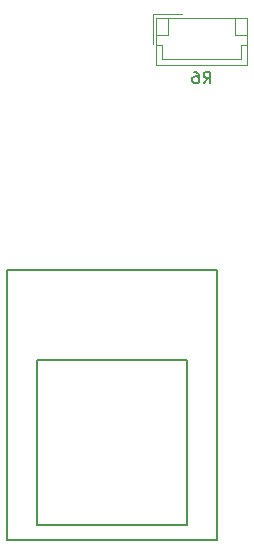
<source format=gbr>
G04 #@! TF.GenerationSoftware,KiCad,Pcbnew,(5.0.0)*
G04 #@! TF.CreationDate,2019-02-10T16:52:56+01:00*
G04 #@! TF.ProjectId,MrReflow,4D725265666C6F772E6B696361645F70,rev?*
G04 #@! TF.SameCoordinates,Original*
G04 #@! TF.FileFunction,Legend,Bot*
G04 #@! TF.FilePolarity,Positive*
%FSLAX46Y46*%
G04 Gerber Fmt 4.6, Leading zero omitted, Abs format (unit mm)*
G04 Created by KiCad (PCBNEW (5.0.0)) date 02/10/19 16:52:56*
%MOMM*%
%LPD*%
G01*
G04 APERTURE LIST*
%ADD10C,0.120000*%
%ADD11C,0.150000*%
G04 APERTURE END LIST*
D10*
G04 #@! TO.C,R6*
X167570000Y-90610000D02*
X167570000Y-86590000D01*
X167570000Y-86590000D02*
X175290000Y-86590000D01*
X175290000Y-86590000D02*
X175290000Y-90610000D01*
X175290000Y-90610000D02*
X167570000Y-90610000D01*
X167570000Y-88900000D02*
X168070000Y-88900000D01*
X168070000Y-88900000D02*
X168070000Y-90110000D01*
X168070000Y-90110000D02*
X174790000Y-90110000D01*
X174790000Y-90110000D02*
X174790000Y-88900000D01*
X174790000Y-88900000D02*
X175290000Y-88900000D01*
X167570000Y-88090000D02*
X168570000Y-88090000D01*
X168570000Y-88090000D02*
X168570000Y-86590000D01*
X175290000Y-88090000D02*
X174290000Y-88090000D01*
X174290000Y-88090000D02*
X174290000Y-86590000D01*
X167270000Y-88790000D02*
X167270000Y-86290000D01*
X167270000Y-86290000D02*
X169770000Y-86290000D01*
D11*
G04 #@! TO.C,U2*
X157480000Y-129540000D02*
X157480000Y-115570000D01*
X157480000Y-115570000D02*
X170180000Y-115570000D01*
X170180000Y-115570000D02*
X170180000Y-129540000D01*
X170180000Y-129540000D02*
X157480000Y-129540000D01*
X154940000Y-130810000D02*
X172720000Y-130810000D01*
X172720000Y-130810000D02*
X172720000Y-107950000D01*
X172720000Y-107950000D02*
X154940000Y-107950000D01*
X154940000Y-107950000D02*
X154940000Y-130810000D01*
G04 #@! TO.C,R6*
X171596666Y-92152380D02*
X171929999Y-91676190D01*
X172168095Y-92152380D02*
X172168095Y-91152380D01*
X171787142Y-91152380D01*
X171691904Y-91200000D01*
X171644285Y-91247619D01*
X171596666Y-91342857D01*
X171596666Y-91485714D01*
X171644285Y-91580952D01*
X171691904Y-91628571D01*
X171787142Y-91676190D01*
X172168095Y-91676190D01*
X170739523Y-91152380D02*
X170929999Y-91152380D01*
X171025238Y-91200000D01*
X171072857Y-91247619D01*
X171168095Y-91390476D01*
X171215714Y-91580952D01*
X171215714Y-91961904D01*
X171168095Y-92057142D01*
X171120476Y-92104761D01*
X171025238Y-92152380D01*
X170834761Y-92152380D01*
X170739523Y-92104761D01*
X170691904Y-92057142D01*
X170644285Y-91961904D01*
X170644285Y-91723809D01*
X170691904Y-91628571D01*
X170739523Y-91580952D01*
X170834761Y-91533333D01*
X171025238Y-91533333D01*
X171120476Y-91580952D01*
X171168095Y-91628571D01*
X171215714Y-91723809D01*
G04 #@! TD*
M02*

</source>
